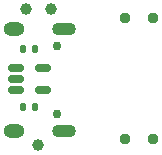
<source format=gbr>
%TF.GenerationSoftware,KiCad,Pcbnew,(6.0.2)*%
%TF.CreationDate,2022-07-11T18:19:18+02:00*%
%TF.ProjectId,ESP32-MicroView,45535033-322d-44d6-9963-726f56696577,rev?*%
%TF.SameCoordinates,Original*%
%TF.FileFunction,Soldermask,Top*%
%TF.FilePolarity,Negative*%
%FSLAX46Y46*%
G04 Gerber Fmt 4.6, Leading zero omitted, Abs format (unit mm)*
G04 Created by KiCad (PCBNEW (6.0.2)) date 2022-07-11 18:19:18*
%MOMM*%
%LPD*%
G01*
G04 APERTURE LIST*
G04 Aperture macros list*
%AMRoundRect*
0 Rectangle with rounded corners*
0 $1 Rounding radius*
0 $2 $3 $4 $5 $6 $7 $8 $9 X,Y pos of 4 corners*
0 Add a 4 corners polygon primitive as box body*
4,1,4,$2,$3,$4,$5,$6,$7,$8,$9,$2,$3,0*
0 Add four circle primitives for the rounded corners*
1,1,$1+$1,$2,$3*
1,1,$1+$1,$4,$5*
1,1,$1+$1,$6,$7*
1,1,$1+$1,$8,$9*
0 Add four rect primitives between the rounded corners*
20,1,$1+$1,$2,$3,$4,$5,0*
20,1,$1+$1,$4,$5,$6,$7,0*
20,1,$1+$1,$6,$7,$8,$9,0*
20,1,$1+$1,$8,$9,$2,$3,0*%
G04 Aperture macros list end*
%ADD10RoundRect,0.150000X-0.512500X-0.150000X0.512500X-0.150000X0.512500X0.150000X-0.512500X0.150000X0*%
%ADD11RoundRect,0.140000X0.140000X0.170000X-0.140000X0.170000X-0.140000X-0.170000X0.140000X-0.170000X0*%
%ADD12C,1.000000*%
%ADD13RoundRect,0.140000X-0.140000X-0.170000X0.140000X-0.170000X0.140000X0.170000X-0.140000X0.170000X0*%
%ADD14C,0.750000*%
%ADD15O,1.800000X1.200000*%
%ADD16O,2.000000X1.100000*%
%ADD17C,0.950000*%
G04 APERTURE END LIST*
D10*
%TO.C,U2*%
X67747300Y-42534800D03*
X67747300Y-43484800D03*
X67747300Y-44434800D03*
X70022300Y-44434800D03*
X70022300Y-42534800D03*
%TD*%
D11*
%TO.C,C10*%
X69364800Y-45872400D03*
X68404800Y-45872400D03*
%TD*%
D12*
%TO.C,J2*%
X70713600Y-37592000D03*
%TD*%
%TO.C,J3*%
X68630800Y-37592000D03*
%TD*%
D13*
%TO.C,C5*%
X68404800Y-40995600D03*
X69364800Y-40995600D03*
%TD*%
D12*
%TO.C,J1*%
X69596000Y-49123600D03*
%TD*%
D14*
%TO.C,USBC1*%
X71232900Y-46449200D03*
X71232900Y-40669200D03*
D15*
X67642900Y-39239200D03*
D16*
X71842900Y-47879200D03*
X71842900Y-39239200D03*
D15*
X67642900Y-47879200D03*
%TD*%
D17*
%TO.C,S2*%
X77031200Y-38358000D03*
X79331200Y-38358000D03*
%TD*%
%TO.C,S1*%
X79331200Y-48552300D03*
X77031200Y-48552300D03*
%TD*%
M02*

</source>
